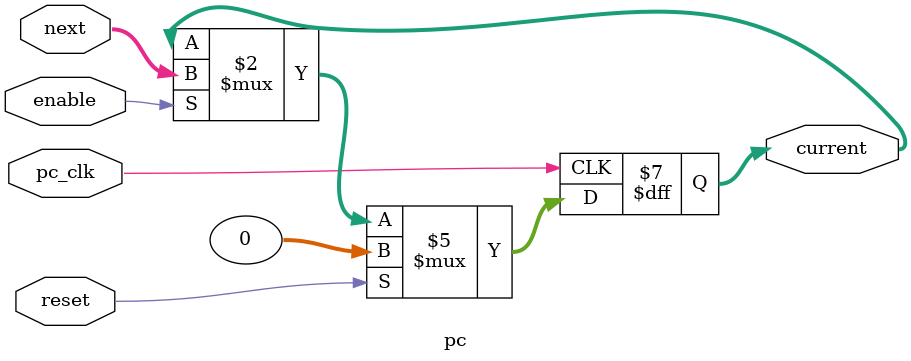
<source format=v>
`timescale 1ns/1ns

module pc(
    input wire pc_clk,
    input wire reset,     
    input wire enable,      
    input wire [31:0] next,
    output reg [31:0] current
);

    always @(posedge pc_clk) begin
        if (reset) begin
            current <= 32'b0;
        end
        else if (enable) begin
            current <= next;  // Updates if not Stall
        end
    end

endmodule
</source>
